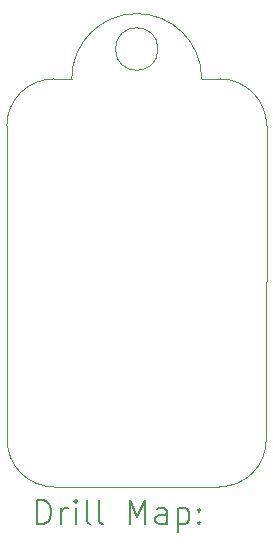
<source format=gbr>
%TF.GenerationSoftware,KiCad,Pcbnew,8.0.3*%
%TF.CreationDate,2024-07-05T09:55:12+02:00*%
%TF.ProjectId,ppicoV1,70706963-6f56-4312-9e6b-696361645f70,rev?*%
%TF.SameCoordinates,Original*%
%TF.FileFunction,Drillmap*%
%TF.FilePolarity,Positive*%
%FSLAX45Y45*%
G04 Gerber Fmt 4.5, Leading zero omitted, Abs format (unit mm)*
G04 Created by KiCad (PCBNEW 8.0.3) date 2024-07-05 09:55:12*
%MOMM*%
%LPD*%
G01*
G04 APERTURE LIST*
%ADD10C,0.050000*%
%ADD11C,0.200000*%
G04 APERTURE END LIST*
D10*
X11850000Y-7200000D02*
G75*
G02*
X12950000Y-7200000I550000J0D01*
G01*
X11300000Y-7600000D02*
G75*
G02*
X11696989Y-7203010I396990J0D01*
G01*
X13103011Y-7203011D02*
G75*
G02*
X13499999Y-7600000I-1J-396989D01*
G01*
X11700000Y-10656989D02*
G75*
G02*
X11303011Y-10260000I0J396989D01*
G01*
X13496275Y-10259287D02*
G75*
G02*
X13099287Y-10656275I-396985J-3D01*
G01*
X13496275Y-10259287D02*
X13500000Y-7600000D01*
X11300000Y-7600000D02*
X11303011Y-10260000D01*
X11700000Y-10656989D02*
X13099287Y-10656275D01*
X11850000Y-7200000D02*
X11696989Y-7203011D01*
X12950000Y-7200000D02*
X13103011Y-7203011D01*
X12580278Y-6950000D02*
G75*
G02*
X12219722Y-6950000I-180278J0D01*
G01*
X12219722Y-6950000D02*
G75*
G02*
X12580278Y-6950000I180278J0D01*
G01*
D11*
X11558277Y-10970972D02*
X11558277Y-10770972D01*
X11558277Y-10770972D02*
X11605896Y-10770972D01*
X11605896Y-10770972D02*
X11634467Y-10780496D01*
X11634467Y-10780496D02*
X11653515Y-10799544D01*
X11653515Y-10799544D02*
X11663039Y-10818591D01*
X11663039Y-10818591D02*
X11672562Y-10856687D01*
X11672562Y-10856687D02*
X11672562Y-10885258D01*
X11672562Y-10885258D02*
X11663039Y-10923353D01*
X11663039Y-10923353D02*
X11653515Y-10942401D01*
X11653515Y-10942401D02*
X11634467Y-10961449D01*
X11634467Y-10961449D02*
X11605896Y-10970972D01*
X11605896Y-10970972D02*
X11558277Y-10970972D01*
X11758277Y-10970972D02*
X11758277Y-10837639D01*
X11758277Y-10875734D02*
X11767801Y-10856687D01*
X11767801Y-10856687D02*
X11777324Y-10847163D01*
X11777324Y-10847163D02*
X11796372Y-10837639D01*
X11796372Y-10837639D02*
X11815420Y-10837639D01*
X11882086Y-10970972D02*
X11882086Y-10837639D01*
X11882086Y-10770972D02*
X11872562Y-10780496D01*
X11872562Y-10780496D02*
X11882086Y-10790020D01*
X11882086Y-10790020D02*
X11891610Y-10780496D01*
X11891610Y-10780496D02*
X11882086Y-10770972D01*
X11882086Y-10770972D02*
X11882086Y-10790020D01*
X12005896Y-10970972D02*
X11986848Y-10961449D01*
X11986848Y-10961449D02*
X11977324Y-10942401D01*
X11977324Y-10942401D02*
X11977324Y-10770972D01*
X12110658Y-10970972D02*
X12091610Y-10961449D01*
X12091610Y-10961449D02*
X12082086Y-10942401D01*
X12082086Y-10942401D02*
X12082086Y-10770972D01*
X12339229Y-10970972D02*
X12339229Y-10770972D01*
X12339229Y-10770972D02*
X12405896Y-10913830D01*
X12405896Y-10913830D02*
X12472562Y-10770972D01*
X12472562Y-10770972D02*
X12472562Y-10970972D01*
X12653515Y-10970972D02*
X12653515Y-10866211D01*
X12653515Y-10866211D02*
X12643991Y-10847163D01*
X12643991Y-10847163D02*
X12624943Y-10837639D01*
X12624943Y-10837639D02*
X12586848Y-10837639D01*
X12586848Y-10837639D02*
X12567801Y-10847163D01*
X12653515Y-10961449D02*
X12634467Y-10970972D01*
X12634467Y-10970972D02*
X12586848Y-10970972D01*
X12586848Y-10970972D02*
X12567801Y-10961449D01*
X12567801Y-10961449D02*
X12558277Y-10942401D01*
X12558277Y-10942401D02*
X12558277Y-10923353D01*
X12558277Y-10923353D02*
X12567801Y-10904306D01*
X12567801Y-10904306D02*
X12586848Y-10894782D01*
X12586848Y-10894782D02*
X12634467Y-10894782D01*
X12634467Y-10894782D02*
X12653515Y-10885258D01*
X12748753Y-10837639D02*
X12748753Y-11037639D01*
X12748753Y-10847163D02*
X12767801Y-10837639D01*
X12767801Y-10837639D02*
X12805896Y-10837639D01*
X12805896Y-10837639D02*
X12824943Y-10847163D01*
X12824943Y-10847163D02*
X12834467Y-10856687D01*
X12834467Y-10856687D02*
X12843991Y-10875734D01*
X12843991Y-10875734D02*
X12843991Y-10932877D01*
X12843991Y-10932877D02*
X12834467Y-10951925D01*
X12834467Y-10951925D02*
X12824943Y-10961449D01*
X12824943Y-10961449D02*
X12805896Y-10970972D01*
X12805896Y-10970972D02*
X12767801Y-10970972D01*
X12767801Y-10970972D02*
X12748753Y-10961449D01*
X12929705Y-10951925D02*
X12939229Y-10961449D01*
X12939229Y-10961449D02*
X12929705Y-10970972D01*
X12929705Y-10970972D02*
X12920182Y-10961449D01*
X12920182Y-10961449D02*
X12929705Y-10951925D01*
X12929705Y-10951925D02*
X12929705Y-10970972D01*
X12929705Y-10847163D02*
X12939229Y-10856687D01*
X12939229Y-10856687D02*
X12929705Y-10866211D01*
X12929705Y-10866211D02*
X12920182Y-10856687D01*
X12920182Y-10856687D02*
X12929705Y-10847163D01*
X12929705Y-10847163D02*
X12929705Y-10866211D01*
M02*

</source>
